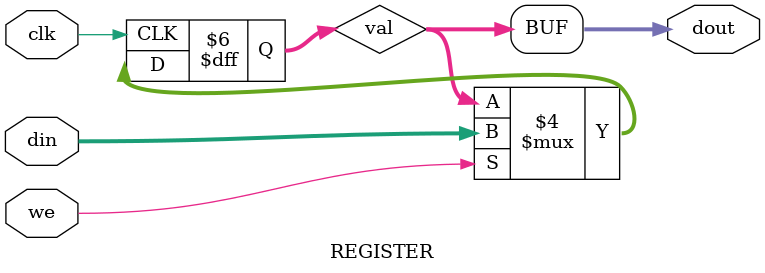
<source format=v>
module REGISTER #(parameter P_DATA = 8) (clk, we, din, dout);

input clk, we;
input [P_DATA-1:0] din;
output [P_DATA-1:0] dout;

reg [P_DATA-1:0] val = 0;

always @(posedge clk) begin
    if (we == 1) begin
        val <= din;
    end
end

assign dout = val;

endmodule

`ifdef TEST
module tb_REGISTER;

localparam P_A = 8;

reg clk, we;
reg [P_A-1:0] din;
wire [P_A-1:0] dout;

REGISTER #(P_A) dut (clk, we, din, dout);

initial begin

    $dumpfile("trace_REGISTER.vcd");
    $dumpvars(0, dut);

    clk = 0;
    we = 0;
    din = 0;
    #1;

    clk = 1;
    we = 1;
    din = 5;
    #1;

    clk = 0;
    we = 0;
    din = 0;
    #1;

    clk = 1;
    we = 0;
    din = 0;
    #1;

end

endmodule
`endif
</source>
